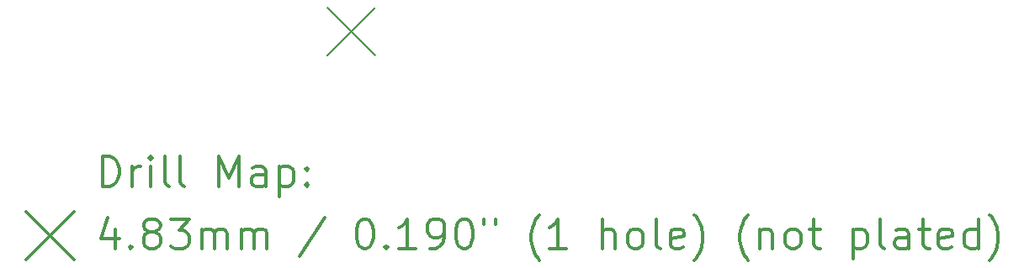
<source format=gbr>
%FSLAX45Y45*%
G04 Gerber Fmt 4.5, Leading zero omitted, Abs format (unit mm)*
G04 Created by KiCad (PCBNEW (5.1.5)-3) date 2020-07-17 14:56:38*
%MOMM*%
%LPD*%
G04 APERTURE LIST*
%ADD10C,0.200000*%
%ADD11C,0.300000*%
G04 APERTURE END LIST*
D10*
X8394700Y-9315450D02*
X8877300Y-9798050D01*
X8877300Y-9315450D02*
X8394700Y-9798050D01*
D11*
X6132428Y-11117014D02*
X6132428Y-10817014D01*
X6203857Y-10817014D01*
X6246714Y-10831300D01*
X6275286Y-10859871D01*
X6289571Y-10888443D01*
X6303857Y-10945586D01*
X6303857Y-10988443D01*
X6289571Y-11045586D01*
X6275286Y-11074157D01*
X6246714Y-11102729D01*
X6203857Y-11117014D01*
X6132428Y-11117014D01*
X6432428Y-11117014D02*
X6432428Y-10917014D01*
X6432428Y-10974157D02*
X6446714Y-10945586D01*
X6461000Y-10931300D01*
X6489571Y-10917014D01*
X6518143Y-10917014D01*
X6618143Y-11117014D02*
X6618143Y-10917014D01*
X6618143Y-10817014D02*
X6603857Y-10831300D01*
X6618143Y-10845586D01*
X6632428Y-10831300D01*
X6618143Y-10817014D01*
X6618143Y-10845586D01*
X6803857Y-11117014D02*
X6775286Y-11102729D01*
X6761000Y-11074157D01*
X6761000Y-10817014D01*
X6961000Y-11117014D02*
X6932428Y-11102729D01*
X6918143Y-11074157D01*
X6918143Y-10817014D01*
X7303857Y-11117014D02*
X7303857Y-10817014D01*
X7403857Y-11031300D01*
X7503857Y-10817014D01*
X7503857Y-11117014D01*
X7775286Y-11117014D02*
X7775286Y-10959871D01*
X7761000Y-10931300D01*
X7732428Y-10917014D01*
X7675286Y-10917014D01*
X7646714Y-10931300D01*
X7775286Y-11102729D02*
X7746714Y-11117014D01*
X7675286Y-11117014D01*
X7646714Y-11102729D01*
X7632428Y-11074157D01*
X7632428Y-11045586D01*
X7646714Y-11017014D01*
X7675286Y-11002729D01*
X7746714Y-11002729D01*
X7775286Y-10988443D01*
X7918143Y-10917014D02*
X7918143Y-11217014D01*
X7918143Y-10931300D02*
X7946714Y-10917014D01*
X8003857Y-10917014D01*
X8032428Y-10931300D01*
X8046714Y-10945586D01*
X8061000Y-10974157D01*
X8061000Y-11059871D01*
X8046714Y-11088443D01*
X8032428Y-11102729D01*
X8003857Y-11117014D01*
X7946714Y-11117014D01*
X7918143Y-11102729D01*
X8189571Y-11088443D02*
X8203857Y-11102729D01*
X8189571Y-11117014D01*
X8175286Y-11102729D01*
X8189571Y-11088443D01*
X8189571Y-11117014D01*
X8189571Y-10931300D02*
X8203857Y-10945586D01*
X8189571Y-10959871D01*
X8175286Y-10945586D01*
X8189571Y-10931300D01*
X8189571Y-10959871D01*
X5363400Y-11370000D02*
X5846000Y-11852600D01*
X5846000Y-11370000D02*
X5363400Y-11852600D01*
X6261000Y-11547014D02*
X6261000Y-11747014D01*
X6189571Y-11432728D02*
X6118143Y-11647014D01*
X6303857Y-11647014D01*
X6418143Y-11718443D02*
X6432428Y-11732728D01*
X6418143Y-11747014D01*
X6403857Y-11732728D01*
X6418143Y-11718443D01*
X6418143Y-11747014D01*
X6603857Y-11575586D02*
X6575286Y-11561300D01*
X6561000Y-11547014D01*
X6546714Y-11518443D01*
X6546714Y-11504157D01*
X6561000Y-11475586D01*
X6575286Y-11461300D01*
X6603857Y-11447014D01*
X6661000Y-11447014D01*
X6689571Y-11461300D01*
X6703857Y-11475586D01*
X6718143Y-11504157D01*
X6718143Y-11518443D01*
X6703857Y-11547014D01*
X6689571Y-11561300D01*
X6661000Y-11575586D01*
X6603857Y-11575586D01*
X6575286Y-11589871D01*
X6561000Y-11604157D01*
X6546714Y-11632728D01*
X6546714Y-11689871D01*
X6561000Y-11718443D01*
X6575286Y-11732728D01*
X6603857Y-11747014D01*
X6661000Y-11747014D01*
X6689571Y-11732728D01*
X6703857Y-11718443D01*
X6718143Y-11689871D01*
X6718143Y-11632728D01*
X6703857Y-11604157D01*
X6689571Y-11589871D01*
X6661000Y-11575586D01*
X6818143Y-11447014D02*
X7003857Y-11447014D01*
X6903857Y-11561300D01*
X6946714Y-11561300D01*
X6975286Y-11575586D01*
X6989571Y-11589871D01*
X7003857Y-11618443D01*
X7003857Y-11689871D01*
X6989571Y-11718443D01*
X6975286Y-11732728D01*
X6946714Y-11747014D01*
X6861000Y-11747014D01*
X6832428Y-11732728D01*
X6818143Y-11718443D01*
X7132428Y-11747014D02*
X7132428Y-11547014D01*
X7132428Y-11575586D02*
X7146714Y-11561300D01*
X7175286Y-11547014D01*
X7218143Y-11547014D01*
X7246714Y-11561300D01*
X7261000Y-11589871D01*
X7261000Y-11747014D01*
X7261000Y-11589871D02*
X7275286Y-11561300D01*
X7303857Y-11547014D01*
X7346714Y-11547014D01*
X7375286Y-11561300D01*
X7389571Y-11589871D01*
X7389571Y-11747014D01*
X7532428Y-11747014D02*
X7532428Y-11547014D01*
X7532428Y-11575586D02*
X7546714Y-11561300D01*
X7575286Y-11547014D01*
X7618143Y-11547014D01*
X7646714Y-11561300D01*
X7661000Y-11589871D01*
X7661000Y-11747014D01*
X7661000Y-11589871D02*
X7675286Y-11561300D01*
X7703857Y-11547014D01*
X7746714Y-11547014D01*
X7775286Y-11561300D01*
X7789571Y-11589871D01*
X7789571Y-11747014D01*
X8375286Y-11432728D02*
X8118143Y-11818443D01*
X8761000Y-11447014D02*
X8789571Y-11447014D01*
X8818143Y-11461300D01*
X8832429Y-11475586D01*
X8846714Y-11504157D01*
X8861000Y-11561300D01*
X8861000Y-11632728D01*
X8846714Y-11689871D01*
X8832429Y-11718443D01*
X8818143Y-11732728D01*
X8789571Y-11747014D01*
X8761000Y-11747014D01*
X8732429Y-11732728D01*
X8718143Y-11718443D01*
X8703857Y-11689871D01*
X8689571Y-11632728D01*
X8689571Y-11561300D01*
X8703857Y-11504157D01*
X8718143Y-11475586D01*
X8732429Y-11461300D01*
X8761000Y-11447014D01*
X8989571Y-11718443D02*
X9003857Y-11732728D01*
X8989571Y-11747014D01*
X8975286Y-11732728D01*
X8989571Y-11718443D01*
X8989571Y-11747014D01*
X9289571Y-11747014D02*
X9118143Y-11747014D01*
X9203857Y-11747014D02*
X9203857Y-11447014D01*
X9175286Y-11489871D01*
X9146714Y-11518443D01*
X9118143Y-11532728D01*
X9432429Y-11747014D02*
X9489571Y-11747014D01*
X9518143Y-11732728D01*
X9532429Y-11718443D01*
X9561000Y-11675586D01*
X9575286Y-11618443D01*
X9575286Y-11504157D01*
X9561000Y-11475586D01*
X9546714Y-11461300D01*
X9518143Y-11447014D01*
X9461000Y-11447014D01*
X9432429Y-11461300D01*
X9418143Y-11475586D01*
X9403857Y-11504157D01*
X9403857Y-11575586D01*
X9418143Y-11604157D01*
X9432429Y-11618443D01*
X9461000Y-11632728D01*
X9518143Y-11632728D01*
X9546714Y-11618443D01*
X9561000Y-11604157D01*
X9575286Y-11575586D01*
X9761000Y-11447014D02*
X9789571Y-11447014D01*
X9818143Y-11461300D01*
X9832429Y-11475586D01*
X9846714Y-11504157D01*
X9861000Y-11561300D01*
X9861000Y-11632728D01*
X9846714Y-11689871D01*
X9832429Y-11718443D01*
X9818143Y-11732728D01*
X9789571Y-11747014D01*
X9761000Y-11747014D01*
X9732429Y-11732728D01*
X9718143Y-11718443D01*
X9703857Y-11689871D01*
X9689571Y-11632728D01*
X9689571Y-11561300D01*
X9703857Y-11504157D01*
X9718143Y-11475586D01*
X9732429Y-11461300D01*
X9761000Y-11447014D01*
X9975286Y-11447014D02*
X9975286Y-11504157D01*
X10089571Y-11447014D02*
X10089571Y-11504157D01*
X10532429Y-11861300D02*
X10518143Y-11847014D01*
X10489571Y-11804157D01*
X10475286Y-11775586D01*
X10461000Y-11732728D01*
X10446714Y-11661300D01*
X10446714Y-11604157D01*
X10461000Y-11532728D01*
X10475286Y-11489871D01*
X10489571Y-11461300D01*
X10518143Y-11418443D01*
X10532429Y-11404157D01*
X10803857Y-11747014D02*
X10632429Y-11747014D01*
X10718143Y-11747014D02*
X10718143Y-11447014D01*
X10689571Y-11489871D01*
X10661000Y-11518443D01*
X10632429Y-11532728D01*
X11161000Y-11747014D02*
X11161000Y-11447014D01*
X11289571Y-11747014D02*
X11289571Y-11589871D01*
X11275286Y-11561300D01*
X11246714Y-11547014D01*
X11203857Y-11547014D01*
X11175286Y-11561300D01*
X11161000Y-11575586D01*
X11475286Y-11747014D02*
X11446714Y-11732728D01*
X11432428Y-11718443D01*
X11418143Y-11689871D01*
X11418143Y-11604157D01*
X11432428Y-11575586D01*
X11446714Y-11561300D01*
X11475286Y-11547014D01*
X11518143Y-11547014D01*
X11546714Y-11561300D01*
X11561000Y-11575586D01*
X11575286Y-11604157D01*
X11575286Y-11689871D01*
X11561000Y-11718443D01*
X11546714Y-11732728D01*
X11518143Y-11747014D01*
X11475286Y-11747014D01*
X11746714Y-11747014D02*
X11718143Y-11732728D01*
X11703857Y-11704157D01*
X11703857Y-11447014D01*
X11975286Y-11732728D02*
X11946714Y-11747014D01*
X11889571Y-11747014D01*
X11861000Y-11732728D01*
X11846714Y-11704157D01*
X11846714Y-11589871D01*
X11861000Y-11561300D01*
X11889571Y-11547014D01*
X11946714Y-11547014D01*
X11975286Y-11561300D01*
X11989571Y-11589871D01*
X11989571Y-11618443D01*
X11846714Y-11647014D01*
X12089571Y-11861300D02*
X12103857Y-11847014D01*
X12132428Y-11804157D01*
X12146714Y-11775586D01*
X12161000Y-11732728D01*
X12175286Y-11661300D01*
X12175286Y-11604157D01*
X12161000Y-11532728D01*
X12146714Y-11489871D01*
X12132428Y-11461300D01*
X12103857Y-11418443D01*
X12089571Y-11404157D01*
X12632428Y-11861300D02*
X12618143Y-11847014D01*
X12589571Y-11804157D01*
X12575286Y-11775586D01*
X12561000Y-11732728D01*
X12546714Y-11661300D01*
X12546714Y-11604157D01*
X12561000Y-11532728D01*
X12575286Y-11489871D01*
X12589571Y-11461300D01*
X12618143Y-11418443D01*
X12632428Y-11404157D01*
X12746714Y-11547014D02*
X12746714Y-11747014D01*
X12746714Y-11575586D02*
X12761000Y-11561300D01*
X12789571Y-11547014D01*
X12832428Y-11547014D01*
X12861000Y-11561300D01*
X12875286Y-11589871D01*
X12875286Y-11747014D01*
X13061000Y-11747014D02*
X13032428Y-11732728D01*
X13018143Y-11718443D01*
X13003857Y-11689871D01*
X13003857Y-11604157D01*
X13018143Y-11575586D01*
X13032428Y-11561300D01*
X13061000Y-11547014D01*
X13103857Y-11547014D01*
X13132428Y-11561300D01*
X13146714Y-11575586D01*
X13161000Y-11604157D01*
X13161000Y-11689871D01*
X13146714Y-11718443D01*
X13132428Y-11732728D01*
X13103857Y-11747014D01*
X13061000Y-11747014D01*
X13246714Y-11547014D02*
X13361000Y-11547014D01*
X13289571Y-11447014D02*
X13289571Y-11704157D01*
X13303857Y-11732728D01*
X13332428Y-11747014D01*
X13361000Y-11747014D01*
X13689571Y-11547014D02*
X13689571Y-11847014D01*
X13689571Y-11561300D02*
X13718143Y-11547014D01*
X13775286Y-11547014D01*
X13803857Y-11561300D01*
X13818143Y-11575586D01*
X13832428Y-11604157D01*
X13832428Y-11689871D01*
X13818143Y-11718443D01*
X13803857Y-11732728D01*
X13775286Y-11747014D01*
X13718143Y-11747014D01*
X13689571Y-11732728D01*
X14003857Y-11747014D02*
X13975286Y-11732728D01*
X13961000Y-11704157D01*
X13961000Y-11447014D01*
X14246714Y-11747014D02*
X14246714Y-11589871D01*
X14232428Y-11561300D01*
X14203857Y-11547014D01*
X14146714Y-11547014D01*
X14118143Y-11561300D01*
X14246714Y-11732728D02*
X14218143Y-11747014D01*
X14146714Y-11747014D01*
X14118143Y-11732728D01*
X14103857Y-11704157D01*
X14103857Y-11675586D01*
X14118143Y-11647014D01*
X14146714Y-11632728D01*
X14218143Y-11632728D01*
X14246714Y-11618443D01*
X14346714Y-11547014D02*
X14461000Y-11547014D01*
X14389571Y-11447014D02*
X14389571Y-11704157D01*
X14403857Y-11732728D01*
X14432428Y-11747014D01*
X14461000Y-11747014D01*
X14675286Y-11732728D02*
X14646714Y-11747014D01*
X14589571Y-11747014D01*
X14561000Y-11732728D01*
X14546714Y-11704157D01*
X14546714Y-11589871D01*
X14561000Y-11561300D01*
X14589571Y-11547014D01*
X14646714Y-11547014D01*
X14675286Y-11561300D01*
X14689571Y-11589871D01*
X14689571Y-11618443D01*
X14546714Y-11647014D01*
X14946714Y-11747014D02*
X14946714Y-11447014D01*
X14946714Y-11732728D02*
X14918143Y-11747014D01*
X14861000Y-11747014D01*
X14832428Y-11732728D01*
X14818143Y-11718443D01*
X14803857Y-11689871D01*
X14803857Y-11604157D01*
X14818143Y-11575586D01*
X14832428Y-11561300D01*
X14861000Y-11547014D01*
X14918143Y-11547014D01*
X14946714Y-11561300D01*
X15061000Y-11861300D02*
X15075286Y-11847014D01*
X15103857Y-11804157D01*
X15118143Y-11775586D01*
X15132428Y-11732728D01*
X15146714Y-11661300D01*
X15146714Y-11604157D01*
X15132428Y-11532728D01*
X15118143Y-11489871D01*
X15103857Y-11461300D01*
X15075286Y-11418443D01*
X15061000Y-11404157D01*
M02*

</source>
